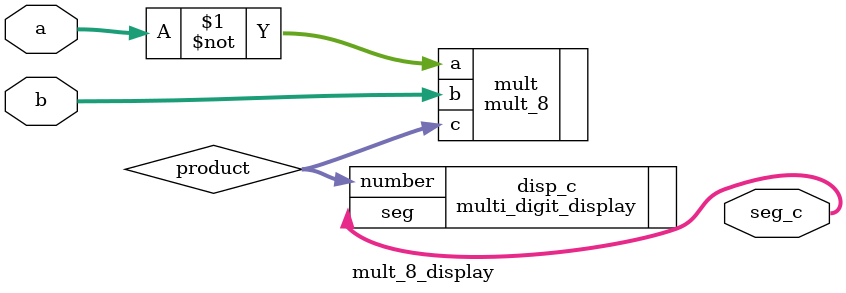
<source format=sv>
module mult_8_display (
    input  logic [7:0] a,
    input  logic [7:0] b,
    output logic [7*4-1:0] seg_c       // 4 digits for product (LS digit = seg_c[6:0])
);
    // ------------------------------------------------------------------------
    // 1) Multiply a and b
    // ------------------------------------------------------------------------
    logic [15:0] product;

    mult_8 mult (
        .a(~a),
        .b(b),
        .c(product)
    );


    // Show product on 4 digits
    multi_digit_display #(.NUM_DIGITS(4)) disp_c (
        .number(product),
        .seg   (seg_c)
    );

endmodule


</source>
